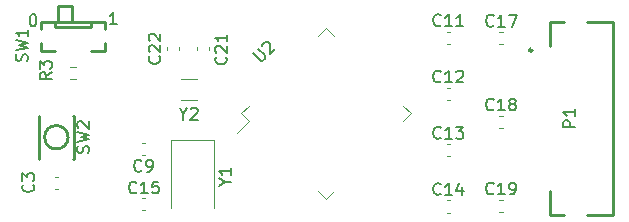
<source format=gbr>
%TF.GenerationSoftware,KiCad,Pcbnew,(6.0.6-1)-1*%
%TF.CreationDate,2022-08-11T03:14:31+08:00*%
%TF.ProjectId,card,63617264-2e6b-4696-9361-645f70636258,rev?*%
%TF.SameCoordinates,Original*%
%TF.FileFunction,Legend,Top*%
%TF.FilePolarity,Positive*%
%FSLAX46Y46*%
G04 Gerber Fmt 4.6, Leading zero omitted, Abs format (unit mm)*
G04 Created by KiCad (PCBNEW (6.0.6-1)-1) date 2022-08-11 03:14:31*
%MOMM*%
%LPD*%
G01*
G04 APERTURE LIST*
%ADD10C,0.150000*%
%ADD11C,0.149900*%
%ADD12C,0.120000*%
%ADD13C,0.254000*%
G04 APERTURE END LIST*
D10*
X27855013Y-23314954D02*
X27950252Y-23314954D01*
X28045490Y-23362574D01*
X28093109Y-23410193D01*
X28140728Y-23505431D01*
X28188347Y-23695907D01*
X28188347Y-23934002D01*
X28140728Y-24124478D01*
X28093109Y-24219716D01*
X28045490Y-24267335D01*
X27950252Y-24314954D01*
X27855013Y-24314954D01*
X27759775Y-24267335D01*
X27712156Y-24219716D01*
X27664537Y-24124478D01*
X27616918Y-23934002D01*
X27616918Y-23695907D01*
X27664537Y-23505431D01*
X27712156Y-23410193D01*
X27759775Y-23362574D01*
X27855013Y-23314954D01*
X34983858Y-24152773D02*
X34412429Y-24152773D01*
X34698144Y-24152773D02*
X34698144Y-23152773D01*
X34602905Y-23295631D01*
X34507667Y-23390869D01*
X34412429Y-23438488D01*
%TO.C,Y1*%
X44164048Y-37523004D02*
X44640238Y-37523004D01*
X43640238Y-37856337D02*
X44164048Y-37523004D01*
X43640238Y-37189671D01*
X44640238Y-36332528D02*
X44640238Y-36903956D01*
X44640238Y-36618242D02*
X43640238Y-36618242D01*
X43783096Y-36713480D01*
X43878334Y-36808718D01*
X43925953Y-36903956D01*
D11*
%TO.C,SW1*%
X27397692Y-27273286D02*
X27445311Y-27130429D01*
X27445311Y-26892333D01*
X27397692Y-26797095D01*
X27350073Y-26749476D01*
X27254835Y-26701857D01*
X27159597Y-26701857D01*
X27064359Y-26749476D01*
X27016740Y-26797095D01*
X26969121Y-26892333D01*
X26921502Y-27082810D01*
X26873883Y-27178048D01*
X26826264Y-27225667D01*
X26731026Y-27273286D01*
X26635788Y-27273286D01*
X26540550Y-27225667D01*
X26492931Y-27178048D01*
X26445311Y-27082810D01*
X26445311Y-26844714D01*
X26492931Y-26701857D01*
X26445311Y-26368524D02*
X27445311Y-26130429D01*
X26731026Y-25939953D01*
X27445311Y-25749476D01*
X26445311Y-25511381D01*
X27445311Y-24606619D02*
X27445311Y-25178048D01*
X27445311Y-24892333D02*
X26445311Y-24892333D01*
X26588169Y-24987572D01*
X26683407Y-25082810D01*
X26731026Y-25178048D01*
D10*
%TO.C,C13*%
X62412890Y-33755026D02*
X62365271Y-33802645D01*
X62222414Y-33850264D01*
X62127176Y-33850264D01*
X61984319Y-33802645D01*
X61889081Y-33707407D01*
X61841462Y-33612169D01*
X61793843Y-33421693D01*
X61793843Y-33278836D01*
X61841462Y-33088360D01*
X61889081Y-32993122D01*
X61984319Y-32897884D01*
X62127176Y-32850264D01*
X62222414Y-32850264D01*
X62365271Y-32897884D01*
X62412890Y-32945503D01*
X63365271Y-33850264D02*
X62793843Y-33850264D01*
X63079557Y-33850264D02*
X63079557Y-32850264D01*
X62984319Y-32993122D01*
X62889081Y-33088360D01*
X62793843Y-33135979D01*
X63698605Y-32850264D02*
X64317652Y-32850264D01*
X63984319Y-33231217D01*
X64127176Y-33231217D01*
X64222414Y-33278836D01*
X64270033Y-33326455D01*
X64317652Y-33421693D01*
X64317652Y-33659788D01*
X64270033Y-33755026D01*
X64222414Y-33802645D01*
X64127176Y-33850264D01*
X63841462Y-33850264D01*
X63746224Y-33802645D01*
X63698605Y-33755026D01*
%TO.C,R3*%
X29463279Y-28245785D02*
X28987089Y-28579119D01*
X29463279Y-28817214D02*
X28463279Y-28817214D01*
X28463279Y-28436261D01*
X28510899Y-28341023D01*
X28558518Y-28293404D01*
X28653756Y-28245785D01*
X28796613Y-28245785D01*
X28891851Y-28293404D01*
X28939470Y-28341023D01*
X28987089Y-28436261D01*
X28987089Y-28817214D01*
X28463279Y-27912452D02*
X28463279Y-27293404D01*
X28844232Y-27626738D01*
X28844232Y-27483880D01*
X28891851Y-27388642D01*
X28939470Y-27341023D01*
X29034708Y-27293404D01*
X29272803Y-27293404D01*
X29368041Y-27341023D01*
X29415660Y-27388642D01*
X29463279Y-27483880D01*
X29463279Y-27769595D01*
X29415660Y-27864833D01*
X29368041Y-27912452D01*
%TO.C,C3*%
X27893349Y-37732030D02*
X27940968Y-37779649D01*
X27988587Y-37922506D01*
X27988587Y-38017744D01*
X27940968Y-38160602D01*
X27845730Y-38255840D01*
X27750492Y-38303459D01*
X27560016Y-38351078D01*
X27417159Y-38351078D01*
X27226683Y-38303459D01*
X27131445Y-38255840D01*
X27036207Y-38160602D01*
X26988587Y-38017744D01*
X26988587Y-37922506D01*
X27036207Y-37779649D01*
X27083826Y-37732030D01*
X26988587Y-37398697D02*
X26988587Y-36779649D01*
X27369540Y-37112983D01*
X27369540Y-36970125D01*
X27417159Y-36874887D01*
X27464778Y-36827268D01*
X27560016Y-36779649D01*
X27798111Y-36779649D01*
X27893349Y-36827268D01*
X27940968Y-36874887D01*
X27988587Y-36970125D01*
X27988587Y-37255840D01*
X27940968Y-37351078D01*
X27893349Y-37398697D01*
%TO.C,C22*%
X38595188Y-26871117D02*
X38642807Y-26918736D01*
X38690426Y-27061593D01*
X38690426Y-27156831D01*
X38642807Y-27299688D01*
X38547569Y-27394926D01*
X38452331Y-27442545D01*
X38261855Y-27490164D01*
X38118998Y-27490164D01*
X37928522Y-27442545D01*
X37833284Y-27394926D01*
X37738046Y-27299688D01*
X37690426Y-27156831D01*
X37690426Y-27061593D01*
X37738046Y-26918736D01*
X37785665Y-26871117D01*
X37785665Y-26490164D02*
X37738046Y-26442545D01*
X37690426Y-26347307D01*
X37690426Y-26109212D01*
X37738046Y-26013974D01*
X37785665Y-25966355D01*
X37880903Y-25918736D01*
X37976141Y-25918736D01*
X38118998Y-25966355D01*
X38690426Y-26537783D01*
X38690426Y-25918736D01*
X37785665Y-25537783D02*
X37738046Y-25490164D01*
X37690426Y-25394926D01*
X37690426Y-25156831D01*
X37738046Y-25061593D01*
X37785665Y-25013974D01*
X37880903Y-24966355D01*
X37976141Y-24966355D01*
X38118998Y-25013974D01*
X38690426Y-25585402D01*
X38690426Y-24966355D01*
%TO.C,Y2*%
X40636186Y-31761956D02*
X40636186Y-32238146D01*
X40302853Y-31238146D02*
X40636186Y-31761956D01*
X40969519Y-31238146D01*
X41255234Y-31333385D02*
X41302853Y-31285766D01*
X41398091Y-31238146D01*
X41636186Y-31238146D01*
X41731424Y-31285766D01*
X41779043Y-31333385D01*
X41826662Y-31428623D01*
X41826662Y-31523861D01*
X41779043Y-31666718D01*
X41207615Y-32238146D01*
X41826662Y-32238146D01*
%TO.C,C11*%
X62412890Y-24224246D02*
X62365271Y-24271865D01*
X62222414Y-24319484D01*
X62127176Y-24319484D01*
X61984319Y-24271865D01*
X61889081Y-24176627D01*
X61841462Y-24081389D01*
X61793843Y-23890913D01*
X61793843Y-23748056D01*
X61841462Y-23557580D01*
X61889081Y-23462342D01*
X61984319Y-23367104D01*
X62127176Y-23319484D01*
X62222414Y-23319484D01*
X62365271Y-23367104D01*
X62412890Y-23414723D01*
X63365271Y-24319484D02*
X62793843Y-24319484D01*
X63079557Y-24319484D02*
X63079557Y-23319484D01*
X62984319Y-23462342D01*
X62889081Y-23557580D01*
X62793843Y-23605199D01*
X64317652Y-24319484D02*
X63746224Y-24319484D01*
X64031938Y-24319484D02*
X64031938Y-23319484D01*
X63936700Y-23462342D01*
X63841462Y-23557580D01*
X63746224Y-23605199D01*
%TO.C,C17*%
X66889641Y-24258473D02*
X66842022Y-24306092D01*
X66699165Y-24353711D01*
X66603927Y-24353711D01*
X66461070Y-24306092D01*
X66365832Y-24210854D01*
X66318213Y-24115616D01*
X66270594Y-23925140D01*
X66270594Y-23782283D01*
X66318213Y-23591807D01*
X66365832Y-23496569D01*
X66461070Y-23401331D01*
X66603927Y-23353711D01*
X66699165Y-23353711D01*
X66842022Y-23401331D01*
X66889641Y-23448950D01*
X67842022Y-24353711D02*
X67270594Y-24353711D01*
X67556308Y-24353711D02*
X67556308Y-23353711D01*
X67461070Y-23496569D01*
X67365832Y-23591807D01*
X67270594Y-23639426D01*
X68175356Y-23353711D02*
X68842022Y-23353711D01*
X68413451Y-24353711D01*
%TO.C,U2*%
X46547028Y-26634957D02*
X47119448Y-27207377D01*
X47220463Y-27241049D01*
X47287807Y-27241049D01*
X47388822Y-27207377D01*
X47523509Y-27072690D01*
X47557181Y-26971675D01*
X47557181Y-26904331D01*
X47523509Y-26803316D01*
X46951089Y-26230896D01*
X47321479Y-25995194D02*
X47321479Y-25927851D01*
X47355150Y-25826835D01*
X47523509Y-25658477D01*
X47624524Y-25624805D01*
X47691868Y-25624805D01*
X47792883Y-25658477D01*
X47860227Y-25725820D01*
X47927570Y-25860507D01*
X47927570Y-26668629D01*
X48365303Y-26230896D01*
%TO.C,C19*%
X66889641Y-38471032D02*
X66842022Y-38518651D01*
X66699165Y-38566270D01*
X66603927Y-38566270D01*
X66461070Y-38518651D01*
X66365832Y-38423413D01*
X66318213Y-38328175D01*
X66270594Y-38137699D01*
X66270594Y-37994842D01*
X66318213Y-37804366D01*
X66365832Y-37709128D01*
X66461070Y-37613890D01*
X66603927Y-37566270D01*
X66699165Y-37566270D01*
X66842022Y-37613890D01*
X66889641Y-37661509D01*
X67842022Y-38566270D02*
X67270594Y-38566270D01*
X67556308Y-38566270D02*
X67556308Y-37566270D01*
X67461070Y-37709128D01*
X67365832Y-37804366D01*
X67270594Y-37851985D01*
X68318213Y-38566270D02*
X68508689Y-38566270D01*
X68603927Y-38518651D01*
X68651546Y-38471032D01*
X68746784Y-38328175D01*
X68794403Y-38137699D01*
X68794403Y-37756747D01*
X68746784Y-37661509D01*
X68699165Y-37613890D01*
X68603927Y-37566270D01*
X68413451Y-37566270D01*
X68318213Y-37613890D01*
X68270594Y-37661509D01*
X68222975Y-37756747D01*
X68222975Y-37994842D01*
X68270594Y-38090080D01*
X68318213Y-38137699D01*
X68413451Y-38185318D01*
X68603927Y-38185318D01*
X68699165Y-38137699D01*
X68746784Y-38090080D01*
X68794403Y-37994842D01*
%TO.C,C15*%
X36654112Y-38387346D02*
X36606493Y-38434965D01*
X36463636Y-38482584D01*
X36368398Y-38482584D01*
X36225541Y-38434965D01*
X36130303Y-38339727D01*
X36082684Y-38244489D01*
X36035065Y-38054013D01*
X36035065Y-37911156D01*
X36082684Y-37720680D01*
X36130303Y-37625442D01*
X36225541Y-37530204D01*
X36368398Y-37482584D01*
X36463636Y-37482584D01*
X36606493Y-37530204D01*
X36654112Y-37577823D01*
X37606493Y-38482584D02*
X37035065Y-38482584D01*
X37320779Y-38482584D02*
X37320779Y-37482584D01*
X37225541Y-37625442D01*
X37130303Y-37720680D01*
X37035065Y-37768299D01*
X38511255Y-37482584D02*
X38035065Y-37482584D01*
X37987446Y-37958775D01*
X38035065Y-37911156D01*
X38130303Y-37863537D01*
X38368398Y-37863537D01*
X38463636Y-37911156D01*
X38511255Y-37958775D01*
X38558874Y-38054013D01*
X38558874Y-38292108D01*
X38511255Y-38387346D01*
X38463636Y-38434965D01*
X38368398Y-38482584D01*
X38130303Y-38482584D01*
X38035065Y-38434965D01*
X37987446Y-38387346D01*
%TO.C,C9*%
X37079148Y-36533361D02*
X37031529Y-36580980D01*
X36888672Y-36628599D01*
X36793434Y-36628599D01*
X36650576Y-36580980D01*
X36555338Y-36485742D01*
X36507719Y-36390504D01*
X36460100Y-36200028D01*
X36460100Y-36057171D01*
X36507719Y-35866695D01*
X36555338Y-35771457D01*
X36650576Y-35676219D01*
X36793434Y-35628599D01*
X36888672Y-35628599D01*
X37031529Y-35676219D01*
X37079148Y-35723838D01*
X37555338Y-36628599D02*
X37745815Y-36628599D01*
X37841053Y-36580980D01*
X37888672Y-36533361D01*
X37983910Y-36390504D01*
X38031529Y-36200028D01*
X38031529Y-35819076D01*
X37983910Y-35723838D01*
X37936291Y-35676219D01*
X37841053Y-35628599D01*
X37650576Y-35628599D01*
X37555338Y-35676219D01*
X37507719Y-35723838D01*
X37460100Y-35819076D01*
X37460100Y-36057171D01*
X37507719Y-36152409D01*
X37555338Y-36200028D01*
X37650576Y-36247647D01*
X37841053Y-36247647D01*
X37936291Y-36200028D01*
X37983910Y-36152409D01*
X38031529Y-36057171D01*
D11*
%TO.C,P1*%
X73797682Y-32866705D02*
X72797682Y-32866705D01*
X72797682Y-32485752D01*
X72845302Y-32390514D01*
X72892921Y-32342895D01*
X72988159Y-32295276D01*
X73131016Y-32295276D01*
X73226254Y-32342895D01*
X73273873Y-32390514D01*
X73321492Y-32485752D01*
X73321492Y-32866705D01*
X73797682Y-31342895D02*
X73797682Y-31914324D01*
X73797682Y-31628610D02*
X72797682Y-31628610D01*
X72940540Y-31723848D01*
X73035778Y-31819086D01*
X73083397Y-31914324D01*
D10*
%TO.C,C21*%
X44204558Y-26941834D02*
X44252177Y-26989453D01*
X44299796Y-27132310D01*
X44299796Y-27227548D01*
X44252177Y-27370405D01*
X44156939Y-27465643D01*
X44061701Y-27513262D01*
X43871225Y-27560881D01*
X43728368Y-27560881D01*
X43537892Y-27513262D01*
X43442654Y-27465643D01*
X43347416Y-27370405D01*
X43299796Y-27227548D01*
X43299796Y-27132310D01*
X43347416Y-26989453D01*
X43395035Y-26941834D01*
X43395035Y-26560881D02*
X43347416Y-26513262D01*
X43299796Y-26418024D01*
X43299796Y-26179929D01*
X43347416Y-26084691D01*
X43395035Y-26037072D01*
X43490273Y-25989453D01*
X43585511Y-25989453D01*
X43728368Y-26037072D01*
X44299796Y-26608500D01*
X44299796Y-25989453D01*
X44299796Y-25037072D02*
X44299796Y-25608500D01*
X44299796Y-25322786D02*
X43299796Y-25322786D01*
X43442654Y-25418024D01*
X43537892Y-25513262D01*
X43585511Y-25608500D01*
%TO.C,C18*%
X66889641Y-31364752D02*
X66842022Y-31412371D01*
X66699165Y-31459990D01*
X66603927Y-31459990D01*
X66461070Y-31412371D01*
X66365832Y-31317133D01*
X66318213Y-31221895D01*
X66270594Y-31031419D01*
X66270594Y-30888562D01*
X66318213Y-30698086D01*
X66365832Y-30602848D01*
X66461070Y-30507610D01*
X66603927Y-30459990D01*
X66699165Y-30459990D01*
X66842022Y-30507610D01*
X66889641Y-30555229D01*
X67842022Y-31459990D02*
X67270594Y-31459990D01*
X67556308Y-31459990D02*
X67556308Y-30459990D01*
X67461070Y-30602848D01*
X67365832Y-30698086D01*
X67270594Y-30745705D01*
X68413451Y-30888562D02*
X68318213Y-30840943D01*
X68270594Y-30793324D01*
X68222975Y-30698086D01*
X68222975Y-30650467D01*
X68270594Y-30555229D01*
X68318213Y-30507610D01*
X68413451Y-30459990D01*
X68603927Y-30459990D01*
X68699165Y-30507610D01*
X68746784Y-30555229D01*
X68794403Y-30650467D01*
X68794403Y-30698086D01*
X68746784Y-30793324D01*
X68699165Y-30840943D01*
X68603927Y-30888562D01*
X68413451Y-30888562D01*
X68318213Y-30936181D01*
X68270594Y-30983800D01*
X68222975Y-31079038D01*
X68222975Y-31269514D01*
X68270594Y-31364752D01*
X68318213Y-31412371D01*
X68413451Y-31459990D01*
X68603927Y-31459990D01*
X68699165Y-31412371D01*
X68746784Y-31364752D01*
X68794403Y-31269514D01*
X68794403Y-31079038D01*
X68746784Y-30983800D01*
X68699165Y-30936181D01*
X68603927Y-30888562D01*
%TO.C,C14*%
X62412890Y-38520416D02*
X62365271Y-38568035D01*
X62222414Y-38615654D01*
X62127176Y-38615654D01*
X61984319Y-38568035D01*
X61889081Y-38472797D01*
X61841462Y-38377559D01*
X61793843Y-38187083D01*
X61793843Y-38044226D01*
X61841462Y-37853750D01*
X61889081Y-37758512D01*
X61984319Y-37663274D01*
X62127176Y-37615654D01*
X62222414Y-37615654D01*
X62365271Y-37663274D01*
X62412890Y-37710893D01*
X63365271Y-38615654D02*
X62793843Y-38615654D01*
X63079557Y-38615654D02*
X63079557Y-37615654D01*
X62984319Y-37758512D01*
X62889081Y-37853750D01*
X62793843Y-37901369D01*
X64222414Y-37948988D02*
X64222414Y-38615654D01*
X63984319Y-37568035D02*
X63746224Y-38282321D01*
X64365271Y-38282321D01*
D11*
%TO.C,SW2*%
X32588066Y-35041545D02*
X32635685Y-34898688D01*
X32635685Y-34660592D01*
X32588066Y-34565354D01*
X32540447Y-34517735D01*
X32445209Y-34470116D01*
X32349971Y-34470116D01*
X32254733Y-34517735D01*
X32207114Y-34565354D01*
X32159495Y-34660592D01*
X32111876Y-34851069D01*
X32064257Y-34946307D01*
X32016638Y-34993926D01*
X31921400Y-35041545D01*
X31826162Y-35041545D01*
X31730924Y-34993926D01*
X31683305Y-34946307D01*
X31635685Y-34851069D01*
X31635685Y-34612973D01*
X31683305Y-34470116D01*
X31635685Y-34136783D02*
X32635685Y-33898688D01*
X31921400Y-33708212D01*
X32635685Y-33517735D01*
X31635685Y-33279640D01*
X31730924Y-32946307D02*
X31683305Y-32898688D01*
X31635685Y-32803450D01*
X31635685Y-32565354D01*
X31683305Y-32470116D01*
X31730924Y-32422497D01*
X31826162Y-32374878D01*
X31921400Y-32374878D01*
X32064257Y-32422497D01*
X32635685Y-32993926D01*
X32635685Y-32374878D01*
D10*
%TO.C,C12*%
X62412890Y-28989636D02*
X62365271Y-29037255D01*
X62222414Y-29084874D01*
X62127176Y-29084874D01*
X61984319Y-29037255D01*
X61889081Y-28942017D01*
X61841462Y-28846779D01*
X61793843Y-28656303D01*
X61793843Y-28513446D01*
X61841462Y-28322970D01*
X61889081Y-28227732D01*
X61984319Y-28132494D01*
X62127176Y-28084874D01*
X62222414Y-28084874D01*
X62365271Y-28132494D01*
X62412890Y-28180113D01*
X63365271Y-29084874D02*
X62793843Y-29084874D01*
X63079557Y-29084874D02*
X63079557Y-28084874D01*
X62984319Y-28227732D01*
X62889081Y-28322970D01*
X62793843Y-28370589D01*
X63746224Y-28180113D02*
X63793843Y-28132494D01*
X63889081Y-28084874D01*
X64127176Y-28084874D01*
X64222414Y-28132494D01*
X64270033Y-28180113D01*
X64317652Y-28275351D01*
X64317652Y-28370589D01*
X64270033Y-28513446D01*
X63698605Y-29084874D01*
X64317652Y-29084874D01*
D12*
%TO.C,Y1*%
X43187858Y-39746814D02*
X43187858Y-33996814D01*
X43187858Y-33996814D02*
X39587858Y-33996814D01*
X39587858Y-33996814D02*
X39587858Y-39746814D01*
D13*
%TO.C,SW1*%
X34033025Y-23928764D02*
X28531425Y-23928764D01*
X32333825Y-23928764D02*
X32783325Y-23928764D01*
X28531425Y-24596764D02*
X28531425Y-23928764D01*
X32783325Y-23928764D02*
X32783325Y-24429164D01*
X31228925Y-23928764D02*
X31228925Y-22628264D01*
X31228925Y-22628264D02*
X30027425Y-22628264D01*
X29750625Y-26428164D02*
X28531425Y-26428164D01*
X34033025Y-25760064D02*
X34033025Y-26428164D01*
X29781125Y-24429164D02*
X29781125Y-23928764D01*
X32783325Y-24429164D02*
X29781125Y-24429164D01*
X28531425Y-26428164D02*
X28531425Y-25760064D01*
X34033025Y-26428164D02*
X32813825Y-26428164D01*
X34033025Y-23928764D02*
X34033025Y-24596764D01*
X30027425Y-22628264D02*
X30027425Y-23928764D01*
D12*
%TO.C,C13*%
X62915168Y-34317884D02*
X63196328Y-34317884D01*
X62915168Y-35337884D02*
X63196328Y-35337884D01*
%TO.C,R3*%
X31027960Y-27746457D02*
X31502476Y-27746457D01*
X31027960Y-28791457D02*
X31502476Y-28791457D01*
%TO.C,C3*%
X30007726Y-37119399D02*
X29726566Y-37119399D01*
X30007726Y-38139399D02*
X29726566Y-38139399D01*
%TO.C,C22*%
X40296828Y-26356732D02*
X40296828Y-26075572D01*
X39276828Y-26356732D02*
X39276828Y-26075572D01*
%TO.C,Y2*%
X40437377Y-28822894D02*
X41787377Y-28822894D01*
X40437377Y-30572894D02*
X41787377Y-30572894D01*
%TO.C,C11*%
X62915168Y-25807104D02*
X63196328Y-25807104D01*
X62915168Y-24787104D02*
X63196328Y-24787104D01*
%TO.C,C17*%
X67391919Y-24821331D02*
X67673079Y-24821331D01*
X67391919Y-25841331D02*
X67673079Y-25841331D01*
%TO.C,U2*%
X53377343Y-38270905D02*
X52705592Y-38942656D01*
X52705592Y-24489394D02*
X53377343Y-25161145D01*
X46150712Y-31044274D02*
X45478961Y-31716025D01*
X52705592Y-38942656D02*
X52033841Y-38270905D01*
X46150712Y-32387776D02*
X45203189Y-33335300D01*
X59932223Y-31716025D02*
X59260472Y-31044274D01*
X59260472Y-32387776D02*
X59932223Y-31716025D01*
X52033841Y-25161145D02*
X52705592Y-24489394D01*
X45478961Y-31716025D02*
X46150712Y-32387776D01*
%TO.C,C19*%
X67391919Y-40053890D02*
X67673079Y-40053890D01*
X67391919Y-39033890D02*
X67673079Y-39033890D01*
%TO.C,C15*%
X37386395Y-39908510D02*
X37105235Y-39908510D01*
X37386395Y-38888510D02*
X37105235Y-38888510D01*
%TO.C,C9*%
X37386395Y-34236219D02*
X37105235Y-34236219D01*
X37386395Y-35256219D02*
X37105235Y-35256219D01*
D13*
%TO.C,P1*%
X71692102Y-23929510D02*
X71692102Y-25997010D01*
X71692102Y-38260210D02*
X71692102Y-40327710D01*
X71966502Y-23929510D02*
X71692102Y-23929510D01*
X72835102Y-23929510D02*
X71966502Y-23929510D01*
X76965202Y-23929510D02*
X74798602Y-23929510D01*
X76965202Y-40327710D02*
X74798602Y-40327710D01*
X71692102Y-40327710D02*
X71966502Y-40327710D01*
X72835102Y-40327710D02*
X71966502Y-40327710D01*
X76965202Y-40327710D02*
X76965202Y-23929510D01*
X70158002Y-26365310D02*
G75*
G03*
X70158002Y-26365310I-127000J0D01*
G01*
D12*
%TO.C,C21*%
X41799872Y-26338180D02*
X41799872Y-26057020D01*
X42819872Y-26338180D02*
X42819872Y-26057020D01*
%TO.C,C18*%
X67391919Y-31927610D02*
X67673079Y-31927610D01*
X67391919Y-32947610D02*
X67673079Y-32947610D01*
%TO.C,C14*%
X62915168Y-39083274D02*
X63196328Y-39083274D01*
X62915168Y-40103274D02*
X63196328Y-40103274D01*
D13*
%TO.C,SW2*%
X31371180Y-35533394D02*
X31371180Y-31931594D01*
X28368980Y-31931594D02*
X28440080Y-31931594D01*
X31300080Y-31931594D02*
X31371180Y-31931594D01*
X28368980Y-35533394D02*
X28440080Y-35533394D01*
X31300080Y-35533394D02*
X31371180Y-35533394D01*
X28368980Y-35533394D02*
X28368980Y-31931594D01*
X30863180Y-33732494D02*
G75*
G03*
X30863180Y-33732494I-993100J0D01*
G01*
D12*
%TO.C,C12*%
X62915168Y-30572494D02*
X63196328Y-30572494D01*
X62915168Y-29552494D02*
X63196328Y-29552494D01*
%TD*%
M02*

</source>
